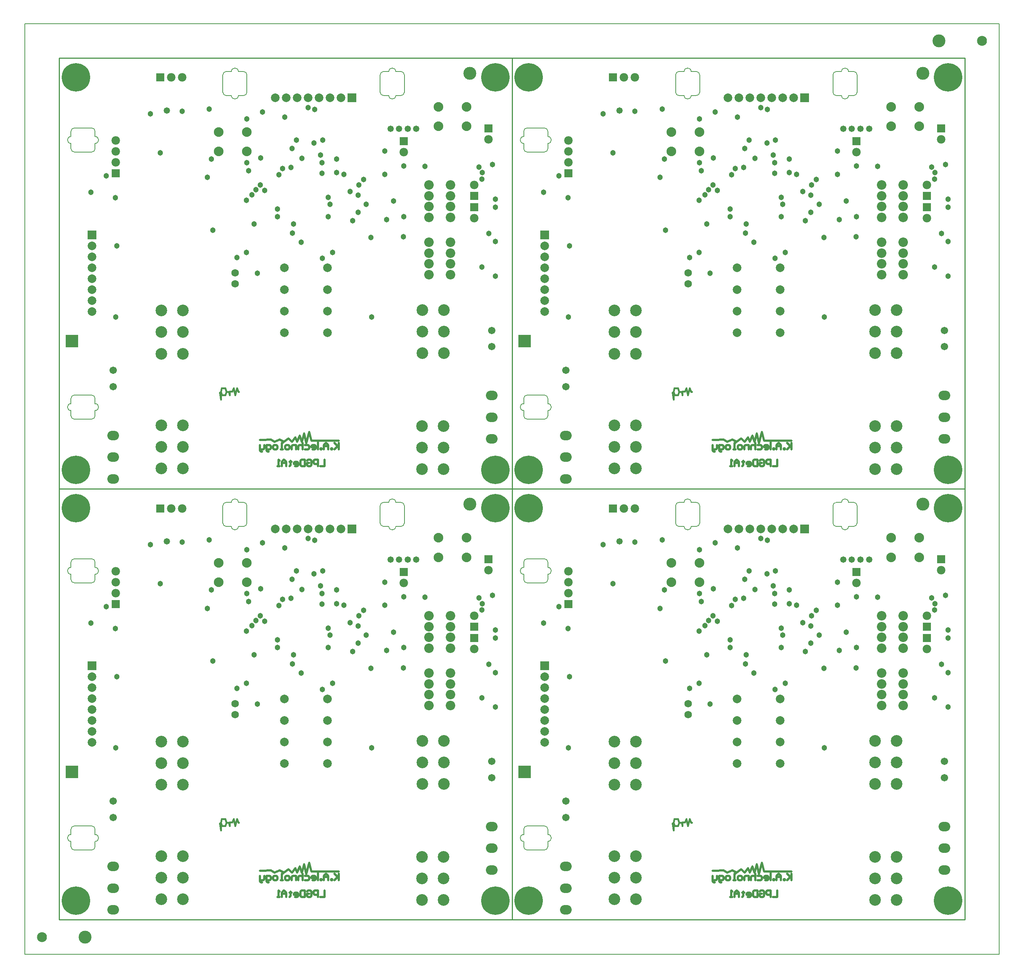
<source format=gbs>
%FSLAX25Y25*%
%MOIN*%
G70*
G01*
G75*
G04 Layer_Color=10138021*
%ADD10C,0.00787*%
%ADD11C,0.01000*%
%ADD12C,0.05906*%
%ADD13R,0.05000X0.05000*%
%ADD14R,0.03543X0.03543*%
%ADD15R,0.05000X0.08000*%
%ADD16R,0.07000X0.07000*%
%ADD17R,0.13780X0.07000*%
%ADD18R,0.38400X0.48000*%
%ADD19R,0.11800X0.06300*%
%ADD20R,0.24400X0.22800*%
%ADD21R,0.07087X0.06693*%
%ADD22R,0.22047X0.09055*%
%ADD23R,0.05000X0.03600*%
%ADD24R,0.03600X0.03600*%
%ADD25R,0.05000X0.05000*%
%ADD26O,0.07600X0.02400*%
%ADD27R,0.07600X0.02400*%
%ADD28O,0.04724X0.02362*%
%ADD29R,0.04724X0.02362*%
%ADD30R,0.10000X0.10000*%
%ADD31R,0.01181X0.05512*%
%ADD32R,0.05512X0.01181*%
%ADD33R,0.07000X0.06000*%
%ADD34R,0.08661X0.05512*%
%ADD35O,0.02400X0.07600*%
%ADD36R,0.02400X0.07600*%
%ADD37R,0.03600X0.05000*%
%ADD38R,0.03600X0.03600*%
%ADD39R,0.06693X0.07087*%
%ADD40R,0.07000X0.07000*%
%ADD41R,0.03543X0.03543*%
%ADD42R,0.10000X0.10000*%
%ADD43R,0.05906X0.05906*%
%ADD44R,0.05906X0.05906*%
%ADD45C,0.00984*%
%ADD46C,0.01969*%
%ADD47C,0.05906*%
%ADD48C,0.03937*%
%ADD49C,0.01575*%
%ADD50C,0.00800*%
%ADD51C,0.08268*%
%ADD52C,0.08000*%
%ADD53C,0.25197*%
%ADD54C,0.07000*%
%ADD55C,0.07087*%
%ADD56R,0.07087X0.07087*%
%ADD57O,0.09843X0.07874*%
%ADD58C,0.05906*%
%ADD59C,0.09843*%
%ADD60C,0.07874*%
%ADD61R,0.07087X0.07087*%
%ADD62C,0.05000*%
%ADD63C,0.06000*%
%ADD64C,0.04331*%
%ADD65C,0.02000*%
%ADD66C,0.01600*%
%ADD67C,0.11811*%
%ADD68R,0.05800X0.05800*%
%ADD69R,0.04343X0.04343*%
%ADD70R,0.05800X0.08800*%
%ADD71R,0.07800X0.07800*%
%ADD72R,0.14579X0.07800*%
%ADD73R,0.39200X0.48800*%
%ADD74R,0.12600X0.07100*%
%ADD75R,0.25200X0.23600*%
%ADD76R,0.07887X0.07493*%
%ADD77R,0.22847X0.09855*%
%ADD78R,0.05800X0.04400*%
%ADD79R,0.04400X0.04400*%
%ADD80R,0.05800X0.05800*%
%ADD81O,0.08400X0.03200*%
%ADD82R,0.08400X0.03200*%
%ADD83O,0.05524X0.03162*%
%ADD84R,0.05524X0.03162*%
%ADD85R,0.10800X0.10800*%
%ADD86R,0.01981X0.06312*%
%ADD87R,0.06312X0.01981*%
%ADD88R,0.07800X0.06800*%
%ADD89R,0.09461X0.06312*%
%ADD90O,0.03200X0.08400*%
%ADD91R,0.03200X0.08400*%
%ADD92R,0.04400X0.05800*%
%ADD93R,0.04400X0.04400*%
%ADD94R,0.07493X0.07887*%
%ADD95R,0.07800X0.07800*%
%ADD96R,0.04343X0.04343*%
%ADD97R,0.10800X0.10800*%
%ADD98R,0.06706X0.06706*%
%ADD99R,0.11811X0.11811*%
%ADD100C,0.09068*%
%ADD101C,0.08800*%
%ADD102C,0.25997*%
%ADD103C,0.07800*%
%ADD104C,0.07887*%
%ADD105R,0.07887X0.07887*%
%ADD106O,0.10642X0.08674*%
%ADD107C,0.06706*%
%ADD108C,0.10642*%
%ADD109C,0.08674*%
%ADD110R,0.07887X0.07887*%
%ADD111C,0.05800*%
%ADD112C,0.06800*%
%ADD113C,0.05131*%
D10*
X-31496Y-31496D02*
X858268D01*
Y818898D01*
X-31496D02*
X858268D01*
X-31496Y-31496D02*
Y818898D01*
X157169Y359449D02*
G03*
X163468Y359449I3150J0D01*
G01*
X149295Y362598D02*
G03*
X152445Y359449I3150J0D01*
G01*
X168193Y359449D02*
G03*
X171342Y362598I0J3150D01*
G01*
X171342Y378346D02*
G03*
X168193Y381496I-3150J0D01*
G01*
X152445Y381496D02*
G03*
X149295Y378346I0J-3150D01*
G01*
X163468Y381496D02*
G03*
X157169Y381496I-3150J0D01*
G01*
X307169D02*
G03*
X300870Y381496I-3150J0D01*
G01*
X315043Y378346D02*
G03*
X311893Y381496I-3150J0D01*
G01*
X296145Y381496D02*
G03*
X292996Y378346I0J-3150D01*
G01*
X292996Y362598D02*
G03*
X296145Y359449I3150J0D01*
G01*
X311893Y359449D02*
G03*
X315043Y362598I0J3150D01*
G01*
X300870Y359449D02*
G03*
X307169Y359449I3150J0D01*
G01*
X32677Y71653D02*
G03*
X32677Y77953I0J3150D01*
G01*
X29528Y63779D02*
G03*
X32677Y66929I0J3150D01*
G01*
X32677Y82677D02*
G03*
X29528Y85827I-3150J0D01*
G01*
X13780Y85827D02*
G03*
X10630Y82677I0J-3150D01*
G01*
X10630Y66929D02*
G03*
X13780Y63779I3150J0D01*
G01*
X10630Y77953D02*
G03*
X10630Y71653I0J-3150D01*
G01*
Y322047D02*
G03*
X10630Y315748I0J-3150D01*
G01*
X13780Y329921D02*
G03*
X10630Y326772I0J-3150D01*
G01*
X10630Y311024D02*
G03*
X13780Y307874I3150J0D01*
G01*
X29528Y307874D02*
G03*
X32677Y311024I0J3150D01*
G01*
X32677Y326772D02*
G03*
X29528Y329921I-3150J0D01*
G01*
X32677Y315748D02*
G03*
X32677Y322047I0J3150D01*
G01*
X149295Y362598D02*
Y378346D01*
X152445Y381496D02*
X157169D01*
X163468Y381496D02*
X168193D01*
X171342Y362598D02*
Y378346D01*
X152445Y359449D02*
X157169D01*
X163468Y359449D02*
X168193D01*
X315043Y362598D02*
Y378346D01*
X307169Y359449D02*
X311893D01*
X296145Y359449D02*
X300870D01*
X292996Y362598D02*
Y378346D01*
X307169Y381496D02*
X311893D01*
X296145Y381496D02*
X300870D01*
X13780Y63779D02*
X29528D01*
X10630Y66929D02*
Y71653D01*
X10630Y77953D02*
Y82677D01*
X13780Y85827D02*
X29528D01*
X32677Y66929D02*
Y71653D01*
X32677Y77953D02*
Y82677D01*
X13780Y329921D02*
X29528D01*
X32677Y322047D02*
Y326772D01*
X32677Y311024D02*
Y315748D01*
X13780Y307874D02*
X29528D01*
X10630Y322047D02*
Y326772D01*
X10630Y311024D02*
Y315748D01*
X570555Y359449D02*
G03*
X576854Y359449I3150J0D01*
G01*
X562681Y362598D02*
G03*
X565830Y359449I3150J0D01*
G01*
X581578Y359449D02*
G03*
X584728Y362598I0J3150D01*
G01*
X584728Y378346D02*
G03*
X581578Y381496I-3150J0D01*
G01*
X565830Y381496D02*
G03*
X562681Y378346I0J-3150D01*
G01*
X576854Y381496D02*
G03*
X570555Y381496I-3150J0D01*
G01*
X720555D02*
G03*
X714256Y381496I-3150J0D01*
G01*
X728429Y378346D02*
G03*
X725279Y381496I-3150J0D01*
G01*
X709531Y381496D02*
G03*
X706382Y378346I0J-3150D01*
G01*
X706382Y362598D02*
G03*
X709531Y359449I3150J0D01*
G01*
X725279Y359449D02*
G03*
X728429Y362598I0J3150D01*
G01*
X714256Y359449D02*
G03*
X720555Y359449I3150J0D01*
G01*
X446063Y71653D02*
G03*
X446063Y77953I0J3150D01*
G01*
X442913Y63779D02*
G03*
X446063Y66929I0J3150D01*
G01*
X446063Y82677D02*
G03*
X442913Y85827I-3150J0D01*
G01*
X427165Y85827D02*
G03*
X424016Y82677I0J-3150D01*
G01*
X424016Y66929D02*
G03*
X427165Y63779I3150J0D01*
G01*
X424016Y77953D02*
G03*
X424016Y71653I0J-3150D01*
G01*
Y322047D02*
G03*
X424016Y315748I0J-3150D01*
G01*
X427165Y329921D02*
G03*
X424016Y326772I0J-3150D01*
G01*
X424016Y311024D02*
G03*
X427165Y307874I3150J0D01*
G01*
X442913Y307874D02*
G03*
X446063Y311024I0J3150D01*
G01*
X446063Y326772D02*
G03*
X442913Y329921I-3150J0D01*
G01*
X446063Y315748D02*
G03*
X446063Y322047I0J3150D01*
G01*
X562681Y362598D02*
Y378346D01*
X565830Y381496D02*
X570555D01*
X576854Y381496D02*
X581578D01*
X584728Y362598D02*
Y378346D01*
X565830Y359449D02*
X570555D01*
X576854Y359449D02*
X581578D01*
X728429Y362598D02*
Y378346D01*
X720555Y359449D02*
X725279D01*
X709531Y359449D02*
X714256D01*
X706382Y362598D02*
Y378346D01*
X720555Y381496D02*
X725279D01*
X709531Y381496D02*
X714256D01*
X427165Y63779D02*
X442913D01*
X424016Y66929D02*
Y71653D01*
X424016Y77953D02*
Y82677D01*
X427165Y85827D02*
X442913D01*
X446063Y66929D02*
Y71653D01*
X446063Y77953D02*
Y82677D01*
X427165Y329921D02*
X442913D01*
X446063Y322047D02*
Y326772D01*
X446063Y311024D02*
Y315748D01*
X427165Y307874D02*
X442913D01*
X424016Y322047D02*
Y326772D01*
X424016Y311024D02*
Y315748D01*
X157169Y753150D02*
G03*
X163468Y753150I3150J0D01*
G01*
X149295Y756299D02*
G03*
X152445Y753150I3150J0D01*
G01*
X168193Y753150D02*
G03*
X171342Y756299I0J3150D01*
G01*
X171342Y772047D02*
G03*
X168193Y775197I-3150J0D01*
G01*
X152445Y775197D02*
G03*
X149295Y772047I0J-3150D01*
G01*
X163468Y775197D02*
G03*
X157169Y775197I-3150J0D01*
G01*
X307169D02*
G03*
X300870Y775197I-3150J0D01*
G01*
X315043Y772047D02*
G03*
X311893Y775197I-3150J0D01*
G01*
X296145Y775197D02*
G03*
X292996Y772047I0J-3150D01*
G01*
X292996Y756299D02*
G03*
X296145Y753150I3150J0D01*
G01*
X311893Y753150D02*
G03*
X315043Y756299I0J3150D01*
G01*
X300870Y753150D02*
G03*
X307169Y753150I3150J0D01*
G01*
X32677Y465354D02*
G03*
X32677Y471654I0J3150D01*
G01*
X29528Y457480D02*
G03*
X32677Y460630I0J3150D01*
G01*
X32677Y476378D02*
G03*
X29528Y479528I-3150J0D01*
G01*
X13780Y479528D02*
G03*
X10630Y476378I0J-3150D01*
G01*
X10630Y460630D02*
G03*
X13780Y457480I3150J0D01*
G01*
X10630Y471654D02*
G03*
X10630Y465354I0J-3150D01*
G01*
Y715748D02*
G03*
X10630Y709449I0J-3150D01*
G01*
X13780Y723622D02*
G03*
X10630Y720472I0J-3150D01*
G01*
X10630Y704724D02*
G03*
X13780Y701575I3150J0D01*
G01*
X29528Y701575D02*
G03*
X32677Y704724I0J3150D01*
G01*
X32677Y720472D02*
G03*
X29528Y723622I-3150J0D01*
G01*
X32677Y709449D02*
G03*
X32677Y715748I0J3150D01*
G01*
X149295Y756299D02*
Y772047D01*
X152445Y775197D02*
X157169D01*
X163468Y775197D02*
X168193D01*
X171342Y756299D02*
Y772047D01*
X152445Y753150D02*
X157169D01*
X163468Y753150D02*
X168193D01*
X315043Y756299D02*
Y772047D01*
X307169Y753150D02*
X311893D01*
X296145Y753150D02*
X300870D01*
X292996Y756299D02*
Y772047D01*
X307169Y775197D02*
X311893D01*
X296145Y775197D02*
X300870D01*
X13780Y457480D02*
X29528D01*
X10630Y460630D02*
Y465354D01*
X10630Y471654D02*
Y476378D01*
X13780Y479528D02*
X29528D01*
X32677Y460630D02*
Y465354D01*
X32677Y471654D02*
Y476378D01*
X13780Y723622D02*
X29528D01*
X32677Y715748D02*
Y720472D01*
X32677Y704724D02*
Y709449D01*
X13780Y701575D02*
X29528D01*
X10630Y715748D02*
Y720472D01*
X10630Y704724D02*
Y709449D01*
X570555Y753150D02*
G03*
X576854Y753150I3150J0D01*
G01*
X562681Y756299D02*
G03*
X565830Y753150I3150J0D01*
G01*
X581578Y753150D02*
G03*
X584728Y756299I0J3150D01*
G01*
X584728Y772047D02*
G03*
X581578Y775197I-3150J0D01*
G01*
X565830Y775197D02*
G03*
X562681Y772047I0J-3150D01*
G01*
X576854Y775197D02*
G03*
X570555Y775197I-3150J0D01*
G01*
X720555D02*
G03*
X714256Y775197I-3150J0D01*
G01*
X728429Y772047D02*
G03*
X725279Y775197I-3150J0D01*
G01*
X709531Y775197D02*
G03*
X706382Y772047I0J-3150D01*
G01*
X706382Y756299D02*
G03*
X709531Y753150I3150J0D01*
G01*
X725279Y753150D02*
G03*
X728429Y756299I0J3150D01*
G01*
X714256Y753150D02*
G03*
X720555Y753150I3150J0D01*
G01*
X446063Y465354D02*
G03*
X446063Y471654I0J3150D01*
G01*
X442913Y457480D02*
G03*
X446063Y460630I0J3150D01*
G01*
X446063Y476378D02*
G03*
X442913Y479528I-3150J0D01*
G01*
X427165Y479528D02*
G03*
X424016Y476378I0J-3150D01*
G01*
X424016Y460630D02*
G03*
X427165Y457480I3150J0D01*
G01*
X424016Y471654D02*
G03*
X424016Y465354I0J-3150D01*
G01*
Y715748D02*
G03*
X424016Y709449I0J-3150D01*
G01*
X427165Y723622D02*
G03*
X424016Y720472I0J-3150D01*
G01*
X424016Y704724D02*
G03*
X427165Y701575I3150J0D01*
G01*
X442913Y701575D02*
G03*
X446063Y704724I0J3150D01*
G01*
X446063Y720472D02*
G03*
X442913Y723622I-3150J0D01*
G01*
X446063Y709449D02*
G03*
X446063Y715748I0J3150D01*
G01*
X562681Y756299D02*
Y772047D01*
X565830Y775197D02*
X570555D01*
X576854Y775197D02*
X581578D01*
X584728Y756299D02*
Y772047D01*
X565830Y753150D02*
X570555D01*
X576854Y753150D02*
X581578D01*
X728429Y756299D02*
Y772047D01*
X720555Y753150D02*
X725279D01*
X709531Y753150D02*
X714256D01*
X706382Y756299D02*
Y772047D01*
X720555Y775197D02*
X725279D01*
X709531Y775197D02*
X714256D01*
X427165Y457480D02*
X442913D01*
X424016Y460630D02*
Y465354D01*
X424016Y471654D02*
Y476378D01*
X427165Y479528D02*
X442913D01*
X446063Y460630D02*
Y465354D01*
X446063Y471654D02*
Y476378D01*
X427165Y723622D02*
X442913D01*
X446063Y715748D02*
Y720472D01*
X446063Y704724D02*
Y709449D01*
X427165Y701575D02*
X442913D01*
X424016Y715748D02*
Y720472D01*
X424016Y704724D02*
Y709449D01*
D11*
X0Y0D02*
Y393701D01*
X413386D01*
Y0D02*
Y393701D01*
X0Y0D02*
X413386D01*
X413386D02*
Y393701D01*
X826772D01*
Y0D02*
Y393701D01*
X413386Y0D02*
X826772D01*
X0Y393701D02*
Y787402D01*
X413386D01*
Y393701D02*
Y787402D01*
X0Y393701D02*
X413386D01*
X413386D02*
Y787402D01*
X826772D01*
Y393701D02*
Y787402D01*
X413386Y393701D02*
X826772D01*
D65*
X183118Y36220D02*
X186118D01*
X187118Y37220D01*
Y40220D01*
X183118Y35221D02*
Y40220D01*
Y35221D02*
X184118Y34220D01*
X185118D01*
X189118Y36220D02*
X192118D01*
X193118Y37220D01*
Y39220D01*
X192118Y40220D02*
X193118Y39220D01*
X189118Y40220D02*
X192118D01*
X189118Y35221D02*
Y40220D01*
Y35221D02*
X190118Y34220D01*
X191118D01*
X198118Y36220D02*
X199118Y37220D01*
X196118Y36220D02*
X198118D01*
X195118Y37220D02*
X196118Y36220D01*
X195118Y37220D02*
Y39220D01*
X196118Y40220D01*
X198118D01*
X199118Y39220D01*
Y37220D02*
Y39220D01*
X202118Y36220D02*
X204118D01*
X203118D02*
Y42221D01*
X204118D01*
X209118Y36220D02*
X210118Y37220D01*
X207118Y36220D02*
X209118D01*
X206118Y37220D02*
X207118Y36220D01*
X206118Y37220D02*
Y39220D01*
X207118Y40220D01*
X209118D01*
X210118Y39220D01*
Y37220D02*
Y39220D01*
X212118Y36220D02*
Y39220D01*
X213118Y40220D01*
X216118D01*
Y36220D02*
Y40220D01*
X221118D02*
X222118Y39220D01*
X219118Y40220D02*
X221118D01*
X218118Y39220D02*
X219118Y40220D01*
X218118Y36220D02*
Y39220D01*
X222118Y36220D02*
Y42221D01*
X228118Y37220D02*
Y39220D01*
X227118Y36220D02*
X228118Y37220D01*
X224118Y36220D02*
X227118D01*
Y40220D02*
X228118Y39220D01*
X224118Y40220D02*
X227118D01*
X230118Y38221D02*
X234118D01*
X230118D02*
Y39220D01*
X231118Y40220D01*
X233118D01*
X234118Y39220D01*
Y37220D02*
Y39220D01*
X233118Y36220D02*
X234118Y37220D01*
X231118Y36220D02*
X233118D01*
X239618D02*
Y37220D01*
X238618Y36220D02*
X239618D01*
X238618D02*
Y37220D01*
X239618D01*
X241618Y39220D02*
X245618D01*
X241618Y36220D02*
Y40220D01*
X243618Y42221D01*
X245618Y40220D01*
Y36220D02*
Y40220D01*
X249118Y36720D02*
Y37220D01*
Y36220D02*
Y36720D01*
X248118Y36220D02*
X249118D01*
X248118D02*
Y37220D01*
X249118D01*
X251118Y36220D02*
X254118Y39220D01*
X251118Y42221D02*
X255118Y38221D01*
Y36220D02*
Y42221D01*
X185118Y44721D02*
X193118Y45221D01*
X196618Y43220D01*
X201118Y45221D01*
X205118Y43220D01*
X209118Y46220D01*
X212618Y43220D01*
X215618Y47221D01*
X217118Y43220D01*
X183118Y44721D02*
X185118D01*
X217118Y43220D02*
X219618Y48720D01*
X221618Y42720D01*
X223618Y50721D01*
X225618Y41721D01*
X228118Y52220D01*
X230118Y44221D01*
X236118D01*
X255118D01*
X236118Y36220D02*
Y44221D01*
X200110Y20866D02*
Y26866D01*
X201110Y25866D01*
X199110Y20866D02*
X201110D01*
X221110D02*
X224110D01*
X220110Y21866D02*
X221110Y20866D01*
X220110Y21866D02*
Y25866D01*
X221110Y26866D01*
X224110D01*
Y20866D02*
Y26866D01*
X226110Y23866D02*
X228110D01*
X226110Y21866D02*
Y23866D01*
Y21866D02*
X227110Y20866D01*
X229110D01*
X230110Y21866D01*
Y25866D01*
X229110Y26866D02*
X230110Y25866D01*
X227110Y26866D02*
X229110D01*
X226110Y25866D02*
X227110Y26866D01*
X233110Y22866D02*
X236110D01*
X232110Y23866D02*
X233110Y22866D01*
X232110Y23866D02*
Y25866D01*
X233110Y26866D01*
X236110D01*
Y20866D02*
Y26866D01*
X242110Y20866D02*
Y26866D01*
X238110Y20866D02*
X242110D01*
X207110D02*
Y24866D01*
X205210Y26766D02*
X207110Y24866D01*
X205010Y26766D02*
X205210D01*
X203110Y24866D02*
X205010Y26766D01*
X203110Y20866D02*
Y24866D01*
Y23866D02*
X207110D01*
X210110Y24866D02*
X212110D01*
X210110Y20866D02*
X211110Y21866D01*
Y25866D01*
X214110Y22866D02*
X218110D01*
X214110D02*
Y23866D01*
X215110Y24866D01*
X217110D01*
X218110Y23866D01*
Y21866D02*
Y23866D01*
X217110Y20866D02*
X218110Y21866D01*
X215110Y20866D02*
X217110D01*
X596504Y36220D02*
X599504D01*
X600504Y37220D01*
Y40220D01*
X596504Y35221D02*
Y40220D01*
Y35221D02*
X597504Y34220D01*
X598504D01*
X602504Y36220D02*
X605504D01*
X606504Y37220D01*
Y39220D01*
X605504Y40220D02*
X606504Y39220D01*
X602504Y40220D02*
X605504D01*
X602504Y35221D02*
Y40220D01*
Y35221D02*
X603504Y34220D01*
X604504D01*
X611504Y36220D02*
X612504Y37220D01*
X609504Y36220D02*
X611504D01*
X608504Y37220D02*
X609504Y36220D01*
X608504Y37220D02*
Y39220D01*
X609504Y40220D01*
X611504D01*
X612504Y39220D01*
Y37220D02*
Y39220D01*
X615504Y36220D02*
X617504D01*
X616504D02*
Y42221D01*
X617504D01*
X622504Y36220D02*
X623504Y37220D01*
X620504Y36220D02*
X622504D01*
X619504Y37220D02*
X620504Y36220D01*
X619504Y37220D02*
Y39220D01*
X620504Y40220D01*
X622504D01*
X623504Y39220D01*
Y37220D02*
Y39220D01*
X625504Y36220D02*
Y39220D01*
X626504Y40220D01*
X629504D01*
Y36220D02*
Y40220D01*
X634504D02*
X635504Y39220D01*
X632504Y40220D02*
X634504D01*
X631504Y39220D02*
X632504Y40220D01*
X631504Y36220D02*
Y39220D01*
X635504Y36220D02*
Y42221D01*
X641504Y37220D02*
Y39220D01*
X640504Y36220D02*
X641504Y37220D01*
X637504Y36220D02*
X640504D01*
Y40220D02*
X641504Y39220D01*
X637504Y40220D02*
X640504D01*
X643504Y38221D02*
X647504D01*
X643504D02*
Y39220D01*
X644504Y40220D01*
X646504D01*
X647504Y39220D01*
Y37220D02*
Y39220D01*
X646504Y36220D02*
X647504Y37220D01*
X644504Y36220D02*
X646504D01*
X653004D02*
Y37220D01*
X652004Y36220D02*
X653004D01*
X652004D02*
Y37220D01*
X653004D01*
X655004Y39220D02*
X659004D01*
X655004Y36220D02*
Y40220D01*
X657004Y42221D01*
X659004Y40220D01*
Y36220D02*
Y40220D01*
X662504Y36720D02*
Y37220D01*
Y36220D02*
Y36720D01*
X661504Y36220D02*
X662504D01*
X661504D02*
Y37220D01*
X662504D01*
X664504Y36220D02*
X667504Y39220D01*
X664504Y42221D02*
X668504Y38221D01*
Y36220D02*
Y42221D01*
X598504Y44721D02*
X606504Y45221D01*
X610004Y43220D01*
X614504Y45221D01*
X618504Y43220D01*
X622504Y46220D01*
X626004Y43220D01*
X629004Y47221D01*
X630504Y43220D01*
X596504Y44721D02*
X598504D01*
X630504Y43220D02*
X633004Y48720D01*
X635004Y42720D01*
X637004Y50721D01*
X639004Y41721D01*
X641504Y52220D01*
X643504Y44221D01*
X649504D01*
X668504D01*
X649504Y36220D02*
Y44221D01*
X613496Y20866D02*
Y26866D01*
X614496Y25866D01*
X612496Y20866D02*
X614496D01*
X634496D02*
X637496D01*
X633496Y21866D02*
X634496Y20866D01*
X633496Y21866D02*
Y25866D01*
X634496Y26866D01*
X637496D01*
Y20866D02*
Y26866D01*
X639496Y23866D02*
X641496D01*
X639496Y21866D02*
Y23866D01*
Y21866D02*
X640496Y20866D01*
X642496D01*
X643496Y21866D01*
Y25866D01*
X642496Y26866D02*
X643496Y25866D01*
X640496Y26866D02*
X642496D01*
X639496Y25866D02*
X640496Y26866D01*
X646496Y22866D02*
X649496D01*
X645496Y23866D02*
X646496Y22866D01*
X645496Y23866D02*
Y25866D01*
X646496Y26866D01*
X649496D01*
Y20866D02*
Y26866D01*
X655496Y20866D02*
Y26866D01*
X651496Y20866D02*
X655496D01*
X620496D02*
Y24866D01*
X618596Y26766D02*
X620496Y24866D01*
X618396Y26766D02*
X618596D01*
X616496Y24866D02*
X618396Y26766D01*
X616496Y20866D02*
Y24866D01*
Y23866D02*
X620496D01*
X623496Y24866D02*
X625496D01*
X623496Y20866D02*
X624496Y21866D01*
Y25866D01*
X627496Y22866D02*
X631496D01*
X627496D02*
Y23866D01*
X628496Y24866D01*
X630496D01*
X631496Y23866D01*
Y21866D02*
Y23866D01*
X630496Y20866D02*
X631496Y21866D01*
X628496Y20866D02*
X630496D01*
X183118Y429921D02*
X186118D01*
X187118Y430921D01*
Y433921D01*
X183118Y428921D02*
Y433921D01*
Y428921D02*
X184118Y427921D01*
X185118D01*
X189118Y429921D02*
X192118D01*
X193118Y430921D01*
Y432921D01*
X192118Y433921D02*
X193118Y432921D01*
X189118Y433921D02*
X192118D01*
X189118Y428921D02*
Y433921D01*
Y428921D02*
X190118Y427921D01*
X191118D01*
X198118Y429921D02*
X199118Y430921D01*
X196118Y429921D02*
X198118D01*
X195118Y430921D02*
X196118Y429921D01*
X195118Y430921D02*
Y432921D01*
X196118Y433921D01*
X198118D01*
X199118Y432921D01*
Y430921D02*
Y432921D01*
X202118Y429921D02*
X204118D01*
X203118D02*
Y435921D01*
X204118D01*
X209118Y429921D02*
X210118Y430921D01*
X207118Y429921D02*
X209118D01*
X206118Y430921D02*
X207118Y429921D01*
X206118Y430921D02*
Y432921D01*
X207118Y433921D01*
X209118D01*
X210118Y432921D01*
Y430921D02*
Y432921D01*
X212118Y429921D02*
Y432921D01*
X213118Y433921D01*
X216118D01*
Y429921D02*
Y433921D01*
X221118D02*
X222118Y432921D01*
X219118Y433921D02*
X221118D01*
X218118Y432921D02*
X219118Y433921D01*
X218118Y429921D02*
Y432921D01*
X222118Y429921D02*
Y435921D01*
X228118Y430921D02*
Y432921D01*
X227118Y429921D02*
X228118Y430921D01*
X224118Y429921D02*
X227118D01*
Y433921D02*
X228118Y432921D01*
X224118Y433921D02*
X227118D01*
X230118Y431921D02*
X234118D01*
X230118D02*
Y432921D01*
X231118Y433921D01*
X233118D01*
X234118Y432921D01*
Y430921D02*
Y432921D01*
X233118Y429921D02*
X234118Y430921D01*
X231118Y429921D02*
X233118D01*
X239618D02*
Y430921D01*
X238618Y429921D02*
X239618D01*
X238618D02*
Y430921D01*
X239618D01*
X241618Y432921D02*
X245618D01*
X241618Y429921D02*
Y433921D01*
X243618Y435921D01*
X245618Y433921D01*
Y429921D02*
Y433921D01*
X249118Y430421D02*
Y430921D01*
Y429921D02*
Y430421D01*
X248118Y429921D02*
X249118D01*
X248118D02*
Y430921D01*
X249118D01*
X251118Y429921D02*
X254118Y432921D01*
X251118Y435921D02*
X255118Y431921D01*
Y429921D02*
Y435921D01*
X185118Y438421D02*
X193118Y438921D01*
X196618Y436921D01*
X201118Y438921D01*
X205118Y436921D01*
X209118Y439921D01*
X212618Y436921D01*
X215618Y440921D01*
X217118Y436921D01*
X183118Y438421D02*
X185118D01*
X217118Y436921D02*
X219618Y442421D01*
X221618Y436421D01*
X223618Y444421D01*
X225618Y435421D01*
X228118Y445921D01*
X230118Y437921D01*
X236118D01*
X255118D01*
X236118Y429921D02*
Y437921D01*
X200110Y414567D02*
Y420567D01*
X201110Y419567D01*
X199110Y414567D02*
X201110D01*
X221110D02*
X224110D01*
X220110Y415567D02*
X221110Y414567D01*
X220110Y415567D02*
Y419567D01*
X221110Y420567D01*
X224110D01*
Y414567D02*
Y420567D01*
X226110Y417567D02*
X228110D01*
X226110Y415567D02*
Y417567D01*
Y415567D02*
X227110Y414567D01*
X229110D01*
X230110Y415567D01*
Y419567D01*
X229110Y420567D02*
X230110Y419567D01*
X227110Y420567D02*
X229110D01*
X226110Y419567D02*
X227110Y420567D01*
X233110Y416567D02*
X236110D01*
X232110Y417567D02*
X233110Y416567D01*
X232110Y417567D02*
Y419567D01*
X233110Y420567D01*
X236110D01*
Y414567D02*
Y420567D01*
X242110Y414567D02*
Y420567D01*
X238110Y414567D02*
X242110D01*
X207110D02*
Y418567D01*
X205210Y420467D02*
X207110Y418567D01*
X205010Y420467D02*
X205210D01*
X203110Y418567D02*
X205010Y420467D01*
X203110Y414567D02*
Y418567D01*
Y417567D02*
X207110D01*
X210110Y418567D02*
X212110D01*
X210110Y414567D02*
X211110Y415567D01*
Y419567D01*
X214110Y416567D02*
X218110D01*
X214110D02*
Y417567D01*
X215110Y418567D01*
X217110D01*
X218110Y417567D01*
Y415567D02*
Y417567D01*
X217110Y414567D02*
X218110Y415567D01*
X215110Y414567D02*
X217110D01*
X596504Y429921D02*
X599504D01*
X600504Y430921D01*
Y433921D01*
X596504Y428921D02*
Y433921D01*
Y428921D02*
X597504Y427921D01*
X598504D01*
X602504Y429921D02*
X605504D01*
X606504Y430921D01*
Y432921D01*
X605504Y433921D02*
X606504Y432921D01*
X602504Y433921D02*
X605504D01*
X602504Y428921D02*
Y433921D01*
Y428921D02*
X603504Y427921D01*
X604504D01*
X611504Y429921D02*
X612504Y430921D01*
X609504Y429921D02*
X611504D01*
X608504Y430921D02*
X609504Y429921D01*
X608504Y430921D02*
Y432921D01*
X609504Y433921D01*
X611504D01*
X612504Y432921D01*
Y430921D02*
Y432921D01*
X615504Y429921D02*
X617504D01*
X616504D02*
Y435921D01*
X617504D01*
X622504Y429921D02*
X623504Y430921D01*
X620504Y429921D02*
X622504D01*
X619504Y430921D02*
X620504Y429921D01*
X619504Y430921D02*
Y432921D01*
X620504Y433921D01*
X622504D01*
X623504Y432921D01*
Y430921D02*
Y432921D01*
X625504Y429921D02*
Y432921D01*
X626504Y433921D01*
X629504D01*
Y429921D02*
Y433921D01*
X634504D02*
X635504Y432921D01*
X632504Y433921D02*
X634504D01*
X631504Y432921D02*
X632504Y433921D01*
X631504Y429921D02*
Y432921D01*
X635504Y429921D02*
Y435921D01*
X641504Y430921D02*
Y432921D01*
X640504Y429921D02*
X641504Y430921D01*
X637504Y429921D02*
X640504D01*
Y433921D02*
X641504Y432921D01*
X637504Y433921D02*
X640504D01*
X643504Y431921D02*
X647504D01*
X643504D02*
Y432921D01*
X644504Y433921D01*
X646504D01*
X647504Y432921D01*
Y430921D02*
Y432921D01*
X646504Y429921D02*
X647504Y430921D01*
X644504Y429921D02*
X646504D01*
X653004D02*
Y430921D01*
X652004Y429921D02*
X653004D01*
X652004D02*
Y430921D01*
X653004D01*
X655004Y432921D02*
X659004D01*
X655004Y429921D02*
Y433921D01*
X657004Y435921D01*
X659004Y433921D01*
Y429921D02*
Y433921D01*
X662504Y430421D02*
Y430921D01*
Y429921D02*
Y430421D01*
X661504Y429921D02*
X662504D01*
X661504D02*
Y430921D01*
X662504D01*
X664504Y429921D02*
X667504Y432921D01*
X664504Y435921D02*
X668504Y431921D01*
Y429921D02*
Y435921D01*
X598504Y438421D02*
X606504Y438921D01*
X610004Y436921D01*
X614504Y438921D01*
X618504Y436921D01*
X622504Y439921D01*
X626004Y436921D01*
X629004Y440921D01*
X630504Y436921D01*
X596504Y438421D02*
X598504D01*
X630504Y436921D02*
X633004Y442421D01*
X635004Y436421D01*
X637004Y444421D01*
X639004Y435421D01*
X641504Y445921D01*
X643504Y437921D01*
X649504D01*
X668504D01*
X649504Y429921D02*
Y437921D01*
X613496Y414567D02*
Y420567D01*
X614496Y419567D01*
X612496Y414567D02*
X614496D01*
X634496D02*
X637496D01*
X633496Y415567D02*
X634496Y414567D01*
X633496Y415567D02*
Y419567D01*
X634496Y420567D01*
X637496D01*
Y414567D02*
Y420567D01*
X639496Y417567D02*
X641496D01*
X639496Y415567D02*
Y417567D01*
Y415567D02*
X640496Y414567D01*
X642496D01*
X643496Y415567D01*
Y419567D01*
X642496Y420567D02*
X643496Y419567D01*
X640496Y420567D02*
X642496D01*
X639496Y419567D02*
X640496Y420567D01*
X646496Y416567D02*
X649496D01*
X645496Y417567D02*
X646496Y416567D01*
X645496Y417567D02*
Y419567D01*
X646496Y420567D01*
X649496D01*
Y414567D02*
Y420567D01*
X655496Y414567D02*
Y420567D01*
X651496Y414567D02*
X655496D01*
X620496D02*
Y418567D01*
X618596Y420467D02*
X620496Y418567D01*
X618396Y420467D02*
X618596D01*
X616496Y418567D02*
X618396Y420467D01*
X616496Y414567D02*
Y418567D01*
Y417567D02*
X620496D01*
X623496Y418567D02*
X625496D01*
X623496Y414567D02*
X624496Y415567D01*
Y419567D01*
X627496Y416567D02*
X631496D01*
X627496D02*
Y417567D01*
X628496Y418567D01*
X630496D01*
X631496Y417567D01*
Y415567D02*
Y417567D01*
X630496Y414567D02*
X631496Y415567D01*
X628496Y414567D02*
X630496D01*
D66*
X146367Y88102D02*
X147367Y81902D01*
Y88902D01*
X154967Y88502D02*
X155567Y85902D01*
Y89102D01*
X157767D01*
X159167Y92102D01*
X160567Y85902D01*
X162167Y92102D01*
X163367Y88902D01*
X163967D01*
X148367Y85902D02*
X151567D01*
X152367Y88902D01*
X154167D01*
X154967Y88502D01*
X147367Y88902D02*
X148367Y85902D01*
X147367Y88902D02*
X148167Y92102D01*
X151567D01*
X152367Y88902D01*
X559753Y88102D02*
X560753Y81902D01*
Y88902D01*
X568353Y88502D02*
X568953Y85902D01*
Y89102D01*
X571153D01*
X572553Y92102D01*
X573953Y85902D01*
X575553Y92102D01*
X576753Y88902D01*
X577353D01*
X561753Y85902D02*
X564953D01*
X565753Y88902D01*
X567553D01*
X568353Y88502D01*
X560753Y88902D02*
X561753Y85902D01*
X560753Y88902D02*
X561553Y92102D01*
X564953D01*
X565753Y88902D01*
X146367Y481803D02*
X147367Y475603D01*
Y482603D01*
X154967Y482203D02*
X155567Y479603D01*
Y482803D01*
X157767D01*
X159167Y485803D01*
X160567Y479603D01*
X162167Y485803D01*
X163367Y482603D01*
X163967D01*
X148367Y479603D02*
X151567D01*
X152367Y482603D01*
X154167D01*
X154967Y482203D01*
X147367Y482603D02*
X148367Y479603D01*
X147367Y482603D02*
X148167Y485803D01*
X151567D01*
X152367Y482603D01*
X559753Y481803D02*
X560753Y475603D01*
Y482603D01*
X568353Y482203D02*
X568953Y479603D01*
Y482803D01*
X571153D01*
X572553Y485803D01*
X573953Y479603D01*
X575553Y485803D01*
X576753Y482603D01*
X577353D01*
X561753Y479603D02*
X564953D01*
X565753Y482603D01*
X567553D01*
X568353Y482203D01*
X560753Y482603D02*
X561753Y479603D01*
X560753Y482603D02*
X561553Y485803D01*
X564953D01*
X565753Y482603D01*
D67*
X23622Y-15748D02*
D03*
X803150Y803150D02*
D03*
X375000Y379921D02*
D03*
X788386D02*
D03*
X375000Y773622D02*
D03*
X788386D02*
D03*
D71*
X92126Y375984D02*
D03*
X505512D02*
D03*
X92126Y769685D02*
D03*
X505512D02*
D03*
D95*
X378740Y267717D02*
D03*
X391732Y329528D02*
D03*
X51575Y288583D02*
D03*
X314567Y317717D02*
D03*
X378740Y257480D02*
D03*
X792126Y267717D02*
D03*
X805118Y329528D02*
D03*
X464961Y288583D02*
D03*
X727953Y317717D02*
D03*
X792126Y257480D02*
D03*
X378740Y661417D02*
D03*
X391732Y723228D02*
D03*
X51575Y682283D02*
D03*
X314567Y711417D02*
D03*
X378740Y651181D02*
D03*
X792126Y661417D02*
D03*
X805118Y723228D02*
D03*
X464961Y682283D02*
D03*
X727953Y711417D02*
D03*
X792126Y651181D02*
D03*
D99*
X11417Y135039D02*
D03*
X424803D02*
D03*
X11417Y528740D02*
D03*
X424803D02*
D03*
D100*
X-15748Y-15748D02*
D03*
X842520Y803150D02*
D03*
D101*
X371850Y331299D02*
D03*
Y349016D02*
D03*
X346260D02*
D03*
Y331299D02*
D03*
X145472Y308465D02*
D03*
Y326181D02*
D03*
X171063D02*
D03*
Y308465D02*
D03*
X785236Y331299D02*
D03*
Y349016D02*
D03*
X759646D02*
D03*
Y331299D02*
D03*
X558858Y308465D02*
D03*
Y326181D02*
D03*
X584449D02*
D03*
Y308465D02*
D03*
X371850Y725000D02*
D03*
Y742717D02*
D03*
X346260D02*
D03*
Y725000D02*
D03*
X145472Y702165D02*
D03*
Y719882D02*
D03*
X171063D02*
D03*
Y702165D02*
D03*
X785236Y725000D02*
D03*
Y742717D02*
D03*
X759646D02*
D03*
Y725000D02*
D03*
X558858Y702165D02*
D03*
Y719882D02*
D03*
X584449D02*
D03*
Y702165D02*
D03*
D102*
X398228Y376181D02*
D03*
X15157D02*
D03*
X398228Y17520D02*
D03*
X15157D02*
D03*
X811614Y376181D02*
D03*
X428543D02*
D03*
X811614Y17520D02*
D03*
X428543D02*
D03*
X398228Y769882D02*
D03*
X15157D02*
D03*
X398228Y411221D02*
D03*
X15157D02*
D03*
X811614Y769882D02*
D03*
X428543D02*
D03*
X811614Y411221D02*
D03*
X428543D02*
D03*
D103*
X112126Y375984D02*
D03*
X102126D02*
D03*
X378740Y277716D02*
D03*
X391732Y319528D02*
D03*
X51575Y298583D02*
D03*
Y308583D02*
D03*
Y318583D02*
D03*
X314567Y307716D02*
D03*
X378740Y247480D02*
D03*
X525512Y375984D02*
D03*
X515512D02*
D03*
X792126Y277716D02*
D03*
X805118Y319528D02*
D03*
X464961Y298583D02*
D03*
Y308583D02*
D03*
Y318583D02*
D03*
X727953Y307716D02*
D03*
X792126Y247480D02*
D03*
X112126Y769685D02*
D03*
X102126D02*
D03*
X378740Y671417D02*
D03*
X391732Y713228D02*
D03*
X51575Y692283D02*
D03*
Y702283D02*
D03*
Y712284D02*
D03*
X314567Y701417D02*
D03*
X378740Y641181D02*
D03*
X525512Y769685D02*
D03*
X515512D02*
D03*
X792126Y671417D02*
D03*
X805118Y713228D02*
D03*
X464961Y692283D02*
D03*
Y702283D02*
D03*
Y712284D02*
D03*
X727953Y701417D02*
D03*
X792126Y641181D02*
D03*
D104*
X197011Y357303D02*
D03*
X207012D02*
D03*
X217011D02*
D03*
X227011D02*
D03*
X237012D02*
D03*
X247011D02*
D03*
X257012D02*
D03*
X29921Y162244D02*
D03*
Y172244D02*
D03*
Y182244D02*
D03*
Y192244D02*
D03*
Y202244D02*
D03*
Y212244D02*
D03*
Y222244D02*
D03*
X205512Y201969D02*
D03*
Y182283D02*
D03*
Y162598D02*
D03*
Y142913D02*
D03*
X244882D02*
D03*
Y162598D02*
D03*
Y182283D02*
D03*
Y201969D02*
D03*
X610397Y357303D02*
D03*
X620397D02*
D03*
X630397D02*
D03*
X640397D02*
D03*
X650397D02*
D03*
X660397D02*
D03*
X670397D02*
D03*
X443307Y162244D02*
D03*
Y172244D02*
D03*
Y182244D02*
D03*
Y192244D02*
D03*
Y202244D02*
D03*
Y212244D02*
D03*
Y222244D02*
D03*
X618898Y201969D02*
D03*
Y182283D02*
D03*
Y162598D02*
D03*
Y142913D02*
D03*
X658268D02*
D03*
Y162598D02*
D03*
Y182283D02*
D03*
Y201969D02*
D03*
X197011Y751004D02*
D03*
X207012D02*
D03*
X217011D02*
D03*
X227011D02*
D03*
X237012D02*
D03*
X247011D02*
D03*
X257012D02*
D03*
X29921Y555945D02*
D03*
Y565945D02*
D03*
Y575945D02*
D03*
Y585945D02*
D03*
Y595945D02*
D03*
Y605945D02*
D03*
Y615945D02*
D03*
X205512Y595669D02*
D03*
Y575984D02*
D03*
Y556299D02*
D03*
Y536614D02*
D03*
X244882D02*
D03*
Y556299D02*
D03*
Y575984D02*
D03*
Y595669D02*
D03*
X610397Y751004D02*
D03*
X620397D02*
D03*
X630397D02*
D03*
X640397D02*
D03*
X650397D02*
D03*
X660397D02*
D03*
X670397D02*
D03*
X443307Y555945D02*
D03*
Y565945D02*
D03*
Y575945D02*
D03*
Y585945D02*
D03*
Y595945D02*
D03*
Y605945D02*
D03*
Y615945D02*
D03*
X618898Y595669D02*
D03*
Y575984D02*
D03*
Y556299D02*
D03*
Y536614D02*
D03*
X658268D02*
D03*
Y556299D02*
D03*
Y575984D02*
D03*
Y595669D02*
D03*
D105*
X267011Y357303D02*
D03*
X680397D02*
D03*
X267011Y751004D02*
D03*
X680397D02*
D03*
D106*
X49193Y9138D02*
D03*
Y48823D02*
D03*
Y28980D02*
D03*
X394693Y45638D02*
D03*
Y85323D02*
D03*
Y65480D02*
D03*
X462579Y9138D02*
D03*
Y48823D02*
D03*
Y28980D02*
D03*
X808079Y45638D02*
D03*
Y85323D02*
D03*
Y65480D02*
D03*
X49193Y402839D02*
D03*
Y442524D02*
D03*
Y422681D02*
D03*
X394693Y439339D02*
D03*
Y479024D02*
D03*
Y459181D02*
D03*
X462579Y402839D02*
D03*
Y442524D02*
D03*
Y422681D02*
D03*
X808079Y439339D02*
D03*
Y479024D02*
D03*
Y459181D02*
D03*
D107*
X49193Y93468D02*
D03*
Y108350D02*
D03*
X394693Y129969D02*
D03*
Y144850D02*
D03*
X462579Y93468D02*
D03*
Y108350D02*
D03*
X808079Y129969D02*
D03*
Y144850D02*
D03*
X49193Y487169D02*
D03*
Y502051D02*
D03*
X394693Y523669D02*
D03*
Y538551D02*
D03*
X462579Y487169D02*
D03*
Y502051D02*
D03*
X808079Y523669D02*
D03*
Y538551D02*
D03*
D108*
X331496Y163386D02*
D03*
X351181D02*
D03*
X331496Y143701D02*
D03*
X351181D02*
D03*
X331496Y124016D02*
D03*
X351181D02*
D03*
X112992Y18898D02*
D03*
X93307D02*
D03*
X112992Y38583D02*
D03*
X93307D02*
D03*
X112992Y58268D02*
D03*
X93307D02*
D03*
X112992Y123622D02*
D03*
X93307D02*
D03*
X112992Y143307D02*
D03*
X93307D02*
D03*
X112992Y162992D02*
D03*
X93307D02*
D03*
X331319Y57457D02*
D03*
X351004D02*
D03*
X331319Y37772D02*
D03*
X351004D02*
D03*
X331319Y18087D02*
D03*
X351004D02*
D03*
X744882Y163386D02*
D03*
X764567D02*
D03*
X744882Y143701D02*
D03*
X764567D02*
D03*
X744882Y124016D02*
D03*
X764567D02*
D03*
X526378Y18898D02*
D03*
X506693D02*
D03*
X526378Y38583D02*
D03*
X506693D02*
D03*
X526378Y58268D02*
D03*
X506693D02*
D03*
X526378Y123622D02*
D03*
X506693D02*
D03*
X526378Y143307D02*
D03*
X506693D02*
D03*
X526378Y162992D02*
D03*
X506693D02*
D03*
X744705Y57457D02*
D03*
X764390D02*
D03*
X744705Y37772D02*
D03*
X764390D02*
D03*
X744705Y18087D02*
D03*
X764390D02*
D03*
X331496Y557087D02*
D03*
X351181D02*
D03*
X331496Y537402D02*
D03*
X351181D02*
D03*
X331496Y517717D02*
D03*
X351181D02*
D03*
X112992Y412598D02*
D03*
X93307D02*
D03*
X112992Y432283D02*
D03*
X93307D02*
D03*
X112992Y451968D02*
D03*
X93307D02*
D03*
X112992Y517323D02*
D03*
X93307D02*
D03*
X112992Y537008D02*
D03*
X93307D02*
D03*
X112992Y556693D02*
D03*
X93307D02*
D03*
X331319Y451158D02*
D03*
X351004D02*
D03*
X331319Y431472D02*
D03*
X351004D02*
D03*
X331319Y411787D02*
D03*
X351004D02*
D03*
X744882Y557087D02*
D03*
X764567D02*
D03*
X744882Y537402D02*
D03*
X764567D02*
D03*
X744882Y517717D02*
D03*
X764567D02*
D03*
X526378Y412598D02*
D03*
X506693D02*
D03*
X526378Y432283D02*
D03*
X506693D02*
D03*
X526378Y451968D02*
D03*
X506693D02*
D03*
X526378Y517323D02*
D03*
X506693D02*
D03*
X526378Y537008D02*
D03*
X506693D02*
D03*
X526378Y556693D02*
D03*
X506693D02*
D03*
X744705Y451158D02*
D03*
X764390D02*
D03*
X744705Y431472D02*
D03*
X764390D02*
D03*
X744705Y411787D02*
D03*
X764390D02*
D03*
D109*
X357087Y195866D02*
D03*
X337402D02*
D03*
X357087Y205709D02*
D03*
X337402D02*
D03*
X357087Y215551D02*
D03*
X337402D02*
D03*
X357087Y225394D02*
D03*
X337402D02*
D03*
X357087Y248228D02*
D03*
X337402D02*
D03*
X357087Y258071D02*
D03*
X337402D02*
D03*
X357087Y267913D02*
D03*
X337402D02*
D03*
X357087Y277756D02*
D03*
X337402D02*
D03*
X770472Y195866D02*
D03*
X750787D02*
D03*
X770472Y205709D02*
D03*
X750787D02*
D03*
X770472Y215551D02*
D03*
X750787D02*
D03*
X770472Y225394D02*
D03*
X750787D02*
D03*
X770472Y248228D02*
D03*
X750787D02*
D03*
X770472Y258071D02*
D03*
X750787D02*
D03*
X770472Y267913D02*
D03*
X750787D02*
D03*
X770472Y277756D02*
D03*
X750787D02*
D03*
X357087Y589567D02*
D03*
X337402D02*
D03*
X357087Y599409D02*
D03*
X337402D02*
D03*
X357087Y609252D02*
D03*
X337402D02*
D03*
X357087Y619095D02*
D03*
X337402D02*
D03*
X357087Y641929D02*
D03*
X337402D02*
D03*
X357087Y651772D02*
D03*
X337402D02*
D03*
X357087Y661614D02*
D03*
X337402D02*
D03*
X357087Y671457D02*
D03*
X337402D02*
D03*
X770472Y589567D02*
D03*
X750787D02*
D03*
X770472Y599409D02*
D03*
X750787D02*
D03*
X770472Y609252D02*
D03*
X750787D02*
D03*
X770472Y619095D02*
D03*
X750787D02*
D03*
X770472Y641929D02*
D03*
X750787D02*
D03*
X770472Y651772D02*
D03*
X750787D02*
D03*
X770472Y661614D02*
D03*
X750787D02*
D03*
X770472Y671457D02*
D03*
X750787D02*
D03*
D110*
X29921Y232244D02*
D03*
X443307D02*
D03*
X29921Y625945D02*
D03*
X443307D02*
D03*
D111*
X325984Y329134D02*
D03*
X318110D02*
D03*
X310236D02*
D03*
X302362D02*
D03*
X98032Y345669D02*
D03*
X739370Y329134D02*
D03*
X731496D02*
D03*
X723622D02*
D03*
X715748D02*
D03*
X511417Y345669D02*
D03*
X325984Y722835D02*
D03*
X318110D02*
D03*
X310236D02*
D03*
X302362D02*
D03*
X98032Y739370D02*
D03*
X739370Y722835D02*
D03*
X731496D02*
D03*
X723622D02*
D03*
X715748D02*
D03*
X511417Y739370D02*
D03*
D112*
X160630Y187520D02*
D03*
Y197520D02*
D03*
X574016Y187520D02*
D03*
Y197520D02*
D03*
X160630Y581220D02*
D03*
Y591221D02*
D03*
X574016Y581220D02*
D03*
Y591221D02*
D03*
D113*
X314567Y295276D02*
D03*
X212598Y311024D02*
D03*
X398031Y264961D02*
D03*
X383071Y294094D02*
D03*
X386221Y288976D02*
D03*
X392126Y233465D02*
D03*
X385827Y283071D02*
D03*
Y202756D02*
D03*
X183465Y277953D02*
D03*
X187402Y272835D02*
D03*
X51575Y157087D02*
D03*
X175984Y268898D02*
D03*
X247244Y260236D02*
D03*
X170866Y263779D02*
D03*
X200394Y287008D02*
D03*
X211417Y293701D02*
D03*
X203937Y292913D02*
D03*
X280315Y260236D02*
D03*
X277953Y282677D02*
D03*
X273622Y277953D02*
D03*
X245669Y266535D02*
D03*
X240551Y318898D02*
D03*
X221654Y301969D02*
D03*
X171260Y298031D02*
D03*
X51181Y266142D02*
D03*
X183858Y302362D02*
D03*
X28740Y271260D02*
D03*
X42913Y286221D02*
D03*
X172835Y290945D02*
D03*
X135039Y284646D02*
D03*
X179528Y273622D02*
D03*
X220866Y225590D02*
D03*
X216535Y318898D02*
D03*
X232677Y316142D02*
D03*
X238583Y305118D02*
D03*
X213699Y242045D02*
D03*
X177953Y242126D02*
D03*
X138976Y301575D02*
D03*
X285039Y157087D02*
D03*
X272835Y252756D02*
D03*
X180709Y197244D02*
D03*
X249606Y216142D02*
D03*
X170866D02*
D03*
X240158Y210630D02*
D03*
X162205Y211417D02*
D03*
X83071Y342913D02*
D03*
X171260Y338189D02*
D03*
X265354Y271654D02*
D03*
X259842Y287402D02*
D03*
X297244Y308661D02*
D03*
X205906Y339764D02*
D03*
X297244Y287402D02*
D03*
X305118Y262992D02*
D03*
X298819Y246063D02*
D03*
X395669Y296457D02*
D03*
X398031Y257480D02*
D03*
Y225984D02*
D03*
Y194488D02*
D03*
X92126Y307087D02*
D03*
X52362Y222047D02*
D03*
X140157Y236614D02*
D03*
X333858Y294882D02*
D03*
X233071Y346850D02*
D03*
X227165Y348425D02*
D03*
X245669Y248819D02*
D03*
X267717Y245276D02*
D03*
X284646Y229921D02*
D03*
X272835Y268504D02*
D03*
X253150Y301575D02*
D03*
Y288976D02*
D03*
X239764Y288583D02*
D03*
Y298031D02*
D03*
X212992Y233858D02*
D03*
X199213Y248819D02*
D03*
Y255906D02*
D03*
X314567Y248819D02*
D03*
X314173Y230315D02*
D03*
X112205Y345276D02*
D03*
X185433Y344488D02*
D03*
X137008Y347244D02*
D03*
X727953Y295276D02*
D03*
X625984Y311024D02*
D03*
X811417Y264961D02*
D03*
X796457Y294094D02*
D03*
X799606Y288976D02*
D03*
X805512Y233465D02*
D03*
X799213Y283071D02*
D03*
Y202756D02*
D03*
X596850Y277953D02*
D03*
X600787Y272835D02*
D03*
X464961Y157087D02*
D03*
X589370Y268898D02*
D03*
X660630Y260236D02*
D03*
X584252Y263779D02*
D03*
X613779Y287008D02*
D03*
X624803Y293701D02*
D03*
X617323Y292913D02*
D03*
X693701Y260236D02*
D03*
X691339Y282677D02*
D03*
X687008Y277953D02*
D03*
X659055Y266535D02*
D03*
X653937Y318898D02*
D03*
X635039Y301969D02*
D03*
X584646Y298031D02*
D03*
X464567Y266142D02*
D03*
X597244Y302362D02*
D03*
X442126Y271260D02*
D03*
X456299Y286221D02*
D03*
X586221Y290945D02*
D03*
X548425Y284646D02*
D03*
X592913Y273622D02*
D03*
X634252Y225590D02*
D03*
X629921Y318898D02*
D03*
X646063Y316142D02*
D03*
X651968Y305118D02*
D03*
X627085Y242045D02*
D03*
X591339Y242126D02*
D03*
X552362Y301575D02*
D03*
X698425Y157087D02*
D03*
X686221Y252756D02*
D03*
X594095Y197244D02*
D03*
X662992Y216142D02*
D03*
X584252D02*
D03*
X653543Y210630D02*
D03*
X575591Y211417D02*
D03*
X496457Y342913D02*
D03*
X584646Y338189D02*
D03*
X678740Y271654D02*
D03*
X673228Y287402D02*
D03*
X710630Y308661D02*
D03*
X619291Y339764D02*
D03*
X710630Y287402D02*
D03*
X718504Y262992D02*
D03*
X712205Y246063D02*
D03*
X809055Y296457D02*
D03*
X811417Y257480D02*
D03*
Y225984D02*
D03*
Y194488D02*
D03*
X505512Y307087D02*
D03*
X465748Y222047D02*
D03*
X553543Y236614D02*
D03*
X747244Y294882D02*
D03*
X646457Y346850D02*
D03*
X640551Y348425D02*
D03*
X659055Y248819D02*
D03*
X681102Y245276D02*
D03*
X698032Y229921D02*
D03*
X686221Y268504D02*
D03*
X666535Y301575D02*
D03*
Y288976D02*
D03*
X653150Y288583D02*
D03*
Y298031D02*
D03*
X626378Y233858D02*
D03*
X612598Y248819D02*
D03*
Y255906D02*
D03*
X727953Y248819D02*
D03*
X727559Y230315D02*
D03*
X525591Y345276D02*
D03*
X598819Y344488D02*
D03*
X550394Y347244D02*
D03*
X314567Y688976D02*
D03*
X212598Y704724D02*
D03*
X398031Y658661D02*
D03*
X383071Y687795D02*
D03*
X386221Y682677D02*
D03*
X392126Y627165D02*
D03*
X385827Y676772D02*
D03*
Y596457D02*
D03*
X183465Y671654D02*
D03*
X187402Y666535D02*
D03*
X51575Y550787D02*
D03*
X175984Y662598D02*
D03*
X247244Y653937D02*
D03*
X170866Y657480D02*
D03*
X200394Y680709D02*
D03*
X211417Y687402D02*
D03*
X203937Y686614D02*
D03*
X280315Y653937D02*
D03*
X277953Y676378D02*
D03*
X273622Y671654D02*
D03*
X245669Y660236D02*
D03*
X240551Y712598D02*
D03*
X221654Y695669D02*
D03*
X171260Y691732D02*
D03*
X51181Y659842D02*
D03*
X183858Y696063D02*
D03*
X28740Y664961D02*
D03*
X42913Y679921D02*
D03*
X172835Y684646D02*
D03*
X135039Y678346D02*
D03*
X179528Y667323D02*
D03*
X220866Y619291D02*
D03*
X216535Y712598D02*
D03*
X232677Y709842D02*
D03*
X238583Y698819D02*
D03*
X213699Y635746D02*
D03*
X177953Y635827D02*
D03*
X138976Y695276D02*
D03*
X285039Y550787D02*
D03*
X272835Y646457D02*
D03*
X180709Y590945D02*
D03*
X249606Y609842D02*
D03*
X170866D02*
D03*
X240158Y604331D02*
D03*
X162205Y605118D02*
D03*
X83071Y736614D02*
D03*
X171260Y731890D02*
D03*
X265354Y665354D02*
D03*
X259842Y681102D02*
D03*
X297244Y702362D02*
D03*
X205906Y733465D02*
D03*
X297244Y681102D02*
D03*
X305118Y656693D02*
D03*
X298819Y639764D02*
D03*
X395669Y690158D02*
D03*
X398031Y651181D02*
D03*
Y619685D02*
D03*
Y588189D02*
D03*
X92126Y700787D02*
D03*
X52362Y615748D02*
D03*
X140157Y630315D02*
D03*
X333858Y688583D02*
D03*
X233071Y740551D02*
D03*
X227165Y742126D02*
D03*
X245669Y642520D02*
D03*
X267717Y638976D02*
D03*
X284646Y623622D02*
D03*
X272835Y662205D02*
D03*
X253150Y695276D02*
D03*
Y682677D02*
D03*
X239764Y682283D02*
D03*
Y691732D02*
D03*
X212992Y627559D02*
D03*
X199213Y642520D02*
D03*
Y649606D02*
D03*
X314567Y642520D02*
D03*
X314173Y624016D02*
D03*
X112205Y738976D02*
D03*
X185433Y738189D02*
D03*
X137008Y740945D02*
D03*
X727953Y688976D02*
D03*
X625984Y704724D02*
D03*
X811417Y658661D02*
D03*
X796457Y687795D02*
D03*
X799606Y682677D02*
D03*
X805512Y627165D02*
D03*
X799213Y676772D02*
D03*
Y596457D02*
D03*
X596850Y671654D02*
D03*
X600787Y666535D02*
D03*
X464961Y550787D02*
D03*
X589370Y662598D02*
D03*
X660630Y653937D02*
D03*
X584252Y657480D02*
D03*
X613779Y680709D02*
D03*
X624803Y687402D02*
D03*
X617323Y686614D02*
D03*
X693701Y653937D02*
D03*
X691339Y676378D02*
D03*
X687008Y671654D02*
D03*
X659055Y660236D02*
D03*
X653937Y712598D02*
D03*
X635039Y695669D02*
D03*
X584646Y691732D02*
D03*
X464567Y659842D02*
D03*
X597244Y696063D02*
D03*
X442126Y664961D02*
D03*
X456299Y679921D02*
D03*
X586221Y684646D02*
D03*
X548425Y678346D02*
D03*
X592913Y667323D02*
D03*
X634252Y619291D02*
D03*
X629921Y712598D02*
D03*
X646063Y709842D02*
D03*
X651968Y698819D02*
D03*
X627085Y635746D02*
D03*
X591339Y635827D02*
D03*
X552362Y695276D02*
D03*
X698425Y550787D02*
D03*
X686221Y646457D02*
D03*
X594095Y590945D02*
D03*
X662992Y609842D02*
D03*
X584252D02*
D03*
X653543Y604331D02*
D03*
X575591Y605118D02*
D03*
X496457Y736614D02*
D03*
X584646Y731890D02*
D03*
X678740Y665354D02*
D03*
X673228Y681102D02*
D03*
X710630Y702362D02*
D03*
X619291Y733465D02*
D03*
X710630Y681102D02*
D03*
X718504Y656693D02*
D03*
X712205Y639764D02*
D03*
X809055Y690158D02*
D03*
X811417Y651181D02*
D03*
Y619685D02*
D03*
Y588189D02*
D03*
X505512Y700787D02*
D03*
X465748Y615748D02*
D03*
X553543Y630315D02*
D03*
X747244Y688583D02*
D03*
X646457Y740551D02*
D03*
X640551Y742126D02*
D03*
X659055Y642520D02*
D03*
X681102Y638976D02*
D03*
X698032Y623622D02*
D03*
X686221Y662205D02*
D03*
X666535Y695276D02*
D03*
Y682677D02*
D03*
X653150Y682283D02*
D03*
Y691732D02*
D03*
X626378Y627559D02*
D03*
X612598Y642520D02*
D03*
Y649606D02*
D03*
X727953Y642520D02*
D03*
X727559Y624016D02*
D03*
X525591Y738976D02*
D03*
X598819Y738189D02*
D03*
X550394Y740945D02*
D03*
M02*

</source>
